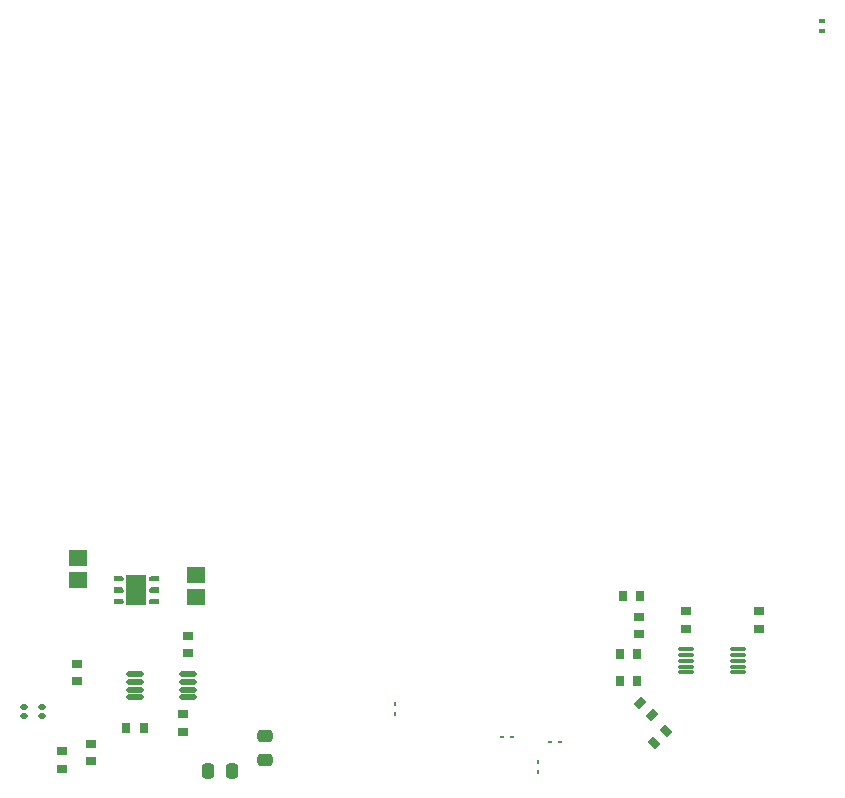
<source format=gbp>
G04*
G04 #@! TF.GenerationSoftware,Altium Limited,Altium Designer,24.0.1 (36)*
G04*
G04 Layer_Color=128*
%FSLAX44Y44*%
%MOMM*%
G71*
G04*
G04 #@! TF.SameCoordinates,3C6FB229-8EB3-43CD-B7CA-B0B301390D20*
G04*
G04*
G04 #@! TF.FilePolarity,Positive*
G04*
G01*
G75*
%ADD16R,0.9000X0.6500*%
%ADD17R,0.6500X0.9000*%
%ADD18R,0.9000X0.8000*%
%ADD19R,0.8000X0.9000*%
%ADD24R,0.3600X0.2500*%
%ADD36R,0.5000X0.4500*%
G04:AMPARAMS|DCode=76|XSize=0.6mm|YSize=0.45mm|CornerRadius=0.1125mm|HoleSize=0mm|Usage=FLASHONLY|Rotation=0.000|XOffset=0mm|YOffset=0mm|HoleType=Round|Shape=RoundedRectangle|*
%AMROUNDEDRECTD76*
21,1,0.6000,0.2250,0,0,0.0*
21,1,0.3750,0.4500,0,0,0.0*
1,1,0.2250,0.1875,-0.1125*
1,1,0.2250,-0.1875,-0.1125*
1,1,0.2250,-0.1875,0.1125*
1,1,0.2250,0.1875,0.1125*
%
%ADD76ROUNDEDRECTD76*%
G04:AMPARAMS|DCode=77|XSize=0.65mm|YSize=0.9mm|CornerRadius=0mm|HoleSize=0mm|Usage=FLASHONLY|Rotation=45.000|XOffset=0mm|YOffset=0mm|HoleType=Round|Shape=Rectangle|*
%AMROTATEDRECTD77*
4,1,4,0.0884,-0.5480,-0.5480,0.0884,-0.0884,0.5480,0.5480,-0.0884,0.0884,-0.5480,0.0*
%
%ADD77ROTATEDRECTD77*%

G04:AMPARAMS|DCode=78|XSize=0.65mm|YSize=0.9mm|CornerRadius=0mm|HoleSize=0mm|Usage=FLASHONLY|Rotation=135.000|XOffset=0mm|YOffset=0mm|HoleType=Round|Shape=Rectangle|*
%AMROTATEDRECTD78*
4,1,4,0.5480,0.0884,-0.0884,-0.5480,-0.5480,-0.0884,0.0884,0.5480,0.5480,0.0884,0.0*
%
%ADD78ROTATEDRECTD78*%

%ADD79R,1.5082X1.4057*%
G04:AMPARAMS|DCode=80|XSize=0.45mm|YSize=1.45mm|CornerRadius=0.1125mm|HoleSize=0mm|Usage=FLASHONLY|Rotation=270.000|XOffset=0mm|YOffset=0mm|HoleType=Round|Shape=RoundedRectangle|*
%AMROUNDEDRECTD80*
21,1,0.4500,1.2250,0,0,270.0*
21,1,0.2250,1.4500,0,0,270.0*
1,1,0.2250,-0.6125,-0.1125*
1,1,0.2250,-0.6125,0.1125*
1,1,0.2250,0.6125,0.1125*
1,1,0.2250,0.6125,-0.1125*
%
%ADD80ROUNDEDRECTD80*%
%ADD81C,0.4050*%
%ADD82R,1.7500X2.5000*%
G04:AMPARAMS|DCode=83|XSize=1mm|YSize=1.3mm|CornerRadius=0.25mm|HoleSize=0mm|Usage=FLASHONLY|Rotation=180.000|XOffset=0mm|YOffset=0mm|HoleType=Round|Shape=RoundedRectangle|*
%AMROUNDEDRECTD83*
21,1,1.0000,0.8000,0,0,180.0*
21,1,0.5000,1.3000,0,0,180.0*
1,1,0.5000,-0.2500,0.4000*
1,1,0.5000,0.2500,0.4000*
1,1,0.5000,0.2500,-0.4000*
1,1,0.5000,-0.2500,-0.4000*
%
%ADD83ROUNDEDRECTD83*%
G04:AMPARAMS|DCode=84|XSize=0.3mm|YSize=1.35mm|CornerRadius=0.075mm|HoleSize=0mm|Usage=FLASHONLY|Rotation=90.000|XOffset=0mm|YOffset=0mm|HoleType=Round|Shape=RoundedRectangle|*
%AMROUNDEDRECTD84*
21,1,0.3000,1.2000,0,0,90.0*
21,1,0.1500,1.3500,0,0,90.0*
1,1,0.1500,0.6000,0.0750*
1,1,0.1500,0.6000,-0.0750*
1,1,0.1500,-0.6000,-0.0750*
1,1,0.1500,-0.6000,0.0750*
%
%ADD84ROUNDEDRECTD84*%
G04:AMPARAMS|DCode=85|XSize=1mm|YSize=1.3mm|CornerRadius=0.25mm|HoleSize=0mm|Usage=FLASHONLY|Rotation=90.000|XOffset=0mm|YOffset=0mm|HoleType=Round|Shape=RoundedRectangle|*
%AMROUNDEDRECTD85*
21,1,1.0000,0.8000,0,0,90.0*
21,1,0.5000,1.3000,0,0,90.0*
1,1,0.5000,0.4000,0.2500*
1,1,0.5000,0.4000,-0.2500*
1,1,0.5000,-0.4000,-0.2500*
1,1,0.5000,-0.4000,0.2500*
%
%ADD85ROUNDEDRECTD85*%
%ADD86R,0.2500X0.3600*%
G36*
X174633Y250973D02*
X175266Y250340D01*
X175609Y249513D01*
X175609Y249066D01*
X175609Y249066D01*
X175609Y248618D01*
X175266Y247791D01*
X174633Y247158D01*
X173806Y246816D01*
X173359D01*
X167059Y246816D01*
Y251316D01*
X173359D01*
X173359Y251316D01*
X173806Y251316D01*
X174633Y250973D01*
D02*
G37*
G36*
Y260473D02*
X175266Y259840D01*
X175609Y259013D01*
X175609Y258566D01*
X175609Y258566D01*
X175609Y258118D01*
X175266Y257291D01*
X174633Y256658D01*
X173806Y256316D01*
X173359Y256316D01*
X167059Y256316D01*
Y260816D01*
X173359D01*
X173359Y260816D01*
X173806Y260816D01*
X174633Y260473D01*
D02*
G37*
G36*
Y269973D02*
X175266Y269340D01*
X175609Y268513D01*
X175609Y268066D01*
X175609Y268066D01*
X175609Y267618D01*
X175266Y266791D01*
X174633Y266158D01*
X173806Y265816D01*
X173359Y265816D01*
X167059Y265816D01*
Y270316D01*
X173359D01*
X173359Y270316D01*
X173806Y270316D01*
X174633Y269973D01*
D02*
G37*
G36*
X205159Y246816D02*
X198859D01*
X198859Y246816D01*
X198411Y246816D01*
X197584Y247158D01*
X196951Y247791D01*
X196609Y248618D01*
X196609Y249066D01*
X196609Y249513D01*
X196951Y250340D01*
X197584Y250973D01*
X198411Y251316D01*
X198859Y251316D01*
X205159Y251316D01*
Y246816D01*
D02*
G37*
G36*
Y256316D02*
X198859D01*
X198859Y256316D01*
X198411Y256316D01*
X197584Y256658D01*
X196951Y257291D01*
X196609Y258118D01*
X196609Y258566D01*
X196609Y259013D01*
X196951Y259840D01*
X197584Y260473D01*
X198411Y260816D01*
X198859Y260816D01*
X205159Y260816D01*
Y256316D01*
D02*
G37*
G36*
Y265816D02*
X198859D01*
X198859Y265816D01*
X198411Y265816D01*
X197584Y266158D01*
X196951Y266791D01*
X196609Y267618D01*
X196609Y268066D01*
Y268513D01*
X196951Y269340D01*
X197584Y269973D01*
X198411Y270316D01*
X198859Y270316D01*
X205159Y270316D01*
Y265816D01*
D02*
G37*
D16*
X611609Y221316D02*
D03*
Y235816D02*
D03*
X229859Y220066D02*
D03*
Y205566D02*
D03*
X147859Y113566D02*
D03*
Y128066D02*
D03*
X135859Y196316D02*
D03*
Y181816D02*
D03*
D17*
X612609Y253316D02*
D03*
X598109D02*
D03*
X596109Y204816D02*
D03*
X610609D02*
D03*
X595859Y181316D02*
D03*
X610359D02*
D03*
D18*
X651609Y240816D02*
D03*
Y225816D02*
D03*
X713609Y240816D02*
D03*
Y225816D02*
D03*
X226109Y138566D02*
D03*
Y153566D02*
D03*
X123609Y107316D02*
D03*
Y122316D02*
D03*
D19*
X177859Y142066D02*
D03*
X192859D02*
D03*
D24*
X504470Y133760D02*
D03*
X496070D02*
D03*
X545220Y129760D02*
D03*
X536820D02*
D03*
D36*
X766859Y731816D02*
D03*
Y740316D02*
D03*
D76*
X106119Y151829D02*
D03*
Y159829D02*
D03*
X91119D02*
D03*
Y151829D02*
D03*
D77*
X634485Y139442D02*
D03*
X624232Y129189D02*
D03*
D78*
X612982Y162692D02*
D03*
X623235Y152439D02*
D03*
D79*
X137109Y267291D02*
D03*
Y285816D02*
D03*
X236609Y252803D02*
D03*
Y271328D02*
D03*
D80*
X185573Y167747D02*
D03*
Y174247D02*
D03*
Y180746D02*
D03*
Y187246D02*
D03*
X230073Y167747D02*
D03*
Y174247D02*
D03*
Y180746D02*
D03*
Y187246D02*
D03*
D81*
X173109Y249066D02*
D03*
X172895Y258566D02*
D03*
Y268066D02*
D03*
X199109D02*
D03*
X199323Y258566D02*
D03*
Y249066D02*
D03*
D82*
X186109Y258566D02*
D03*
D83*
X267359Y105566D02*
D03*
X247359D02*
D03*
D84*
X695859Y193816D02*
D03*
Y208816D02*
D03*
Y203816D02*
D03*
Y198816D02*
D03*
Y188816D02*
D03*
X651359Y208816D02*
D03*
Y203816D02*
D03*
Y198816D02*
D03*
Y193816D02*
D03*
Y188816D02*
D03*
D85*
X295109Y114816D02*
D03*
Y134816D02*
D03*
D86*
X526359Y113016D02*
D03*
Y104616D02*
D03*
X405359Y153866D02*
D03*
Y162266D02*
D03*
M02*

</source>
